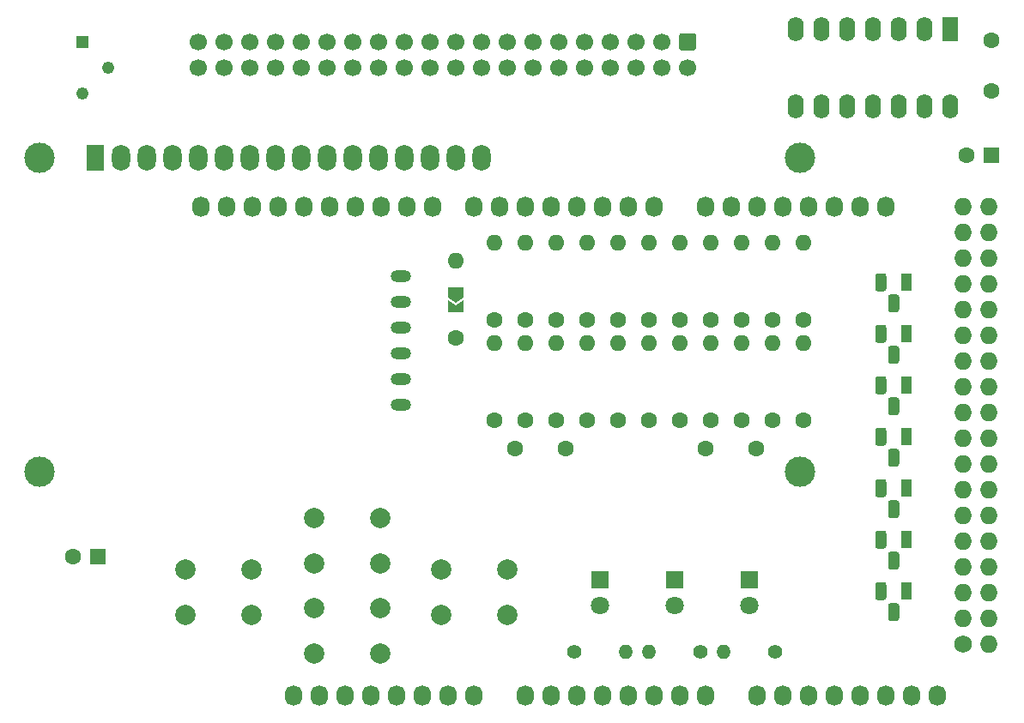
<source format=gbr>
%TF.GenerationSoftware,KiCad,Pcbnew,(5.1.9)-1*%
%TF.CreationDate,2023-08-11T22:56:39-05:00*%
%TF.ProjectId,rx02-emulator-mega-shield,72783032-2d65-46d7-956c-61746f722d6d,Rev 1.1*%
%TF.SameCoordinates,Original*%
%TF.FileFunction,Soldermask,Top*%
%TF.FilePolarity,Negative*%
%FSLAX46Y46*%
G04 Gerber Fmt 4.6, Leading zero omitted, Abs format (unit mm)*
G04 Created by KiCad (PCBNEW (5.1.9)-1) date 2023-08-11 22:56:39*
%MOMM*%
%LPD*%
G01*
G04 APERTURE LIST*
%ADD10O,2.000000X1.200000*%
%ADD11R,1.100000X1.800000*%
%ADD12C,3.000000*%
%ADD13O,1.800000X2.600000*%
%ADD14R,1.800000X2.600000*%
%ADD15O,1.600000X1.600000*%
%ADD16C,1.600000*%
%ADD17C,0.100000*%
%ADD18C,2.000000*%
%ADD19O,1.400000X1.400000*%
%ADD20C,1.400000*%
%ADD21O,1.600000X2.400000*%
%ADD22R,1.600000X2.400000*%
%ADD23R,1.222000X1.222000*%
%ADD24C,1.222000*%
%ADD25C,1.700000*%
%ADD26C,1.800000*%
%ADD27R,1.800000X1.800000*%
%ADD28R,1.600000X1.600000*%
%ADD29C,1.727200*%
%ADD30O,1.727200X1.727200*%
%ADD31O,1.727200X2.032000*%
G04 APERTURE END LIST*
D10*
%TO.C,MOD1*%
X141881200Y-77770800D03*
X141881200Y-80310800D03*
X141881200Y-82850800D03*
X141881200Y-85390800D03*
X141881200Y-87930800D03*
X141881200Y-90470800D03*
%TD*%
D11*
%TO.C,Q7*%
X191770000Y-78340000D03*
G36*
G01*
X189780000Y-77715000D02*
X189780000Y-78965000D01*
G75*
G02*
X189505000Y-79240000I-275000J0D01*
G01*
X188955000Y-79240000D01*
G75*
G02*
X188680000Y-78965000I0J275000D01*
G01*
X188680000Y-77715000D01*
G75*
G02*
X188955000Y-77440000I275000J0D01*
G01*
X189505000Y-77440000D01*
G75*
G02*
X189780000Y-77715000I0J-275000D01*
G01*
G37*
G36*
G01*
X191050000Y-79785000D02*
X191050000Y-81035000D01*
G75*
G02*
X190775000Y-81310000I-275000J0D01*
G01*
X190225000Y-81310000D01*
G75*
G02*
X189950000Y-81035000I0J275000D01*
G01*
X189950000Y-79785000D01*
G75*
G02*
X190225000Y-79510000I275000J0D01*
G01*
X190775000Y-79510000D01*
G75*
G02*
X191050000Y-79785000I0J-275000D01*
G01*
G37*
%TD*%
%TO.C,Q6*%
X191770000Y-83420000D03*
G36*
G01*
X189780000Y-82795000D02*
X189780000Y-84045000D01*
G75*
G02*
X189505000Y-84320000I-275000J0D01*
G01*
X188955000Y-84320000D01*
G75*
G02*
X188680000Y-84045000I0J275000D01*
G01*
X188680000Y-82795000D01*
G75*
G02*
X188955000Y-82520000I275000J0D01*
G01*
X189505000Y-82520000D01*
G75*
G02*
X189780000Y-82795000I0J-275000D01*
G01*
G37*
G36*
G01*
X191050000Y-84865000D02*
X191050000Y-86115000D01*
G75*
G02*
X190775000Y-86390000I-275000J0D01*
G01*
X190225000Y-86390000D01*
G75*
G02*
X189950000Y-86115000I0J275000D01*
G01*
X189950000Y-84865000D01*
G75*
G02*
X190225000Y-84590000I275000J0D01*
G01*
X190775000Y-84590000D01*
G75*
G02*
X191050000Y-84865000I0J-275000D01*
G01*
G37*
%TD*%
%TO.C,Q5*%
X191770000Y-93580000D03*
G36*
G01*
X189780000Y-92955000D02*
X189780000Y-94205000D01*
G75*
G02*
X189505000Y-94480000I-275000J0D01*
G01*
X188955000Y-94480000D01*
G75*
G02*
X188680000Y-94205000I0J275000D01*
G01*
X188680000Y-92955000D01*
G75*
G02*
X188955000Y-92680000I275000J0D01*
G01*
X189505000Y-92680000D01*
G75*
G02*
X189780000Y-92955000I0J-275000D01*
G01*
G37*
G36*
G01*
X191050000Y-95025000D02*
X191050000Y-96275000D01*
G75*
G02*
X190775000Y-96550000I-275000J0D01*
G01*
X190225000Y-96550000D01*
G75*
G02*
X189950000Y-96275000I0J275000D01*
G01*
X189950000Y-95025000D01*
G75*
G02*
X190225000Y-94750000I275000J0D01*
G01*
X190775000Y-94750000D01*
G75*
G02*
X191050000Y-95025000I0J-275000D01*
G01*
G37*
%TD*%
%TO.C,Q4*%
X191770000Y-88500000D03*
G36*
G01*
X189780000Y-87875000D02*
X189780000Y-89125000D01*
G75*
G02*
X189505000Y-89400000I-275000J0D01*
G01*
X188955000Y-89400000D01*
G75*
G02*
X188680000Y-89125000I0J275000D01*
G01*
X188680000Y-87875000D01*
G75*
G02*
X188955000Y-87600000I275000J0D01*
G01*
X189505000Y-87600000D01*
G75*
G02*
X189780000Y-87875000I0J-275000D01*
G01*
G37*
G36*
G01*
X191050000Y-89945000D02*
X191050000Y-91195000D01*
G75*
G02*
X190775000Y-91470000I-275000J0D01*
G01*
X190225000Y-91470000D01*
G75*
G02*
X189950000Y-91195000I0J275000D01*
G01*
X189950000Y-89945000D01*
G75*
G02*
X190225000Y-89670000I275000J0D01*
G01*
X190775000Y-89670000D01*
G75*
G02*
X191050000Y-89945000I0J-275000D01*
G01*
G37*
%TD*%
%TO.C,Q3*%
X191770000Y-98660000D03*
G36*
G01*
X189780000Y-98035000D02*
X189780000Y-99285000D01*
G75*
G02*
X189505000Y-99560000I-275000J0D01*
G01*
X188955000Y-99560000D01*
G75*
G02*
X188680000Y-99285000I0J275000D01*
G01*
X188680000Y-98035000D01*
G75*
G02*
X188955000Y-97760000I275000J0D01*
G01*
X189505000Y-97760000D01*
G75*
G02*
X189780000Y-98035000I0J-275000D01*
G01*
G37*
G36*
G01*
X191050000Y-100105000D02*
X191050000Y-101355000D01*
G75*
G02*
X190775000Y-101630000I-275000J0D01*
G01*
X190225000Y-101630000D01*
G75*
G02*
X189950000Y-101355000I0J275000D01*
G01*
X189950000Y-100105000D01*
G75*
G02*
X190225000Y-99830000I275000J0D01*
G01*
X190775000Y-99830000D01*
G75*
G02*
X191050000Y-100105000I0J-275000D01*
G01*
G37*
%TD*%
%TO.C,Q2*%
X191770000Y-108820000D03*
G36*
G01*
X189780000Y-108195000D02*
X189780000Y-109445000D01*
G75*
G02*
X189505000Y-109720000I-275000J0D01*
G01*
X188955000Y-109720000D01*
G75*
G02*
X188680000Y-109445000I0J275000D01*
G01*
X188680000Y-108195000D01*
G75*
G02*
X188955000Y-107920000I275000J0D01*
G01*
X189505000Y-107920000D01*
G75*
G02*
X189780000Y-108195000I0J-275000D01*
G01*
G37*
G36*
G01*
X191050000Y-110265000D02*
X191050000Y-111515000D01*
G75*
G02*
X190775000Y-111790000I-275000J0D01*
G01*
X190225000Y-111790000D01*
G75*
G02*
X189950000Y-111515000I0J275000D01*
G01*
X189950000Y-110265000D01*
G75*
G02*
X190225000Y-109990000I275000J0D01*
G01*
X190775000Y-109990000D01*
G75*
G02*
X191050000Y-110265000I0J-275000D01*
G01*
G37*
%TD*%
%TO.C,Q1*%
X191770000Y-103740000D03*
G36*
G01*
X189780000Y-103115000D02*
X189780000Y-104365000D01*
G75*
G02*
X189505000Y-104640000I-275000J0D01*
G01*
X188955000Y-104640000D01*
G75*
G02*
X188680000Y-104365000I0J275000D01*
G01*
X188680000Y-103115000D01*
G75*
G02*
X188955000Y-102840000I275000J0D01*
G01*
X189505000Y-102840000D01*
G75*
G02*
X189780000Y-103115000I0J-275000D01*
G01*
G37*
G36*
G01*
X191050000Y-105185000D02*
X191050000Y-106435000D01*
G75*
G02*
X190775000Y-106710000I-275000J0D01*
G01*
X190225000Y-106710000D01*
G75*
G02*
X189950000Y-106435000I0J275000D01*
G01*
X189950000Y-105185000D01*
G75*
G02*
X190225000Y-104910000I275000J0D01*
G01*
X190775000Y-104910000D01*
G75*
G02*
X191050000Y-105185000I0J-275000D01*
G01*
G37*
%TD*%
D12*
%TO.C,DS1*%
X181260000Y-66040000D03*
X181259480Y-97040700D03*
X106260900Y-97040700D03*
X106260900Y-66040000D03*
D13*
X149860000Y-66040000D03*
X147320000Y-66040000D03*
X144780000Y-66040000D03*
X142240000Y-66040000D03*
X139700000Y-66040000D03*
X137160000Y-66040000D03*
X134620000Y-66040000D03*
X132080000Y-66040000D03*
X129540000Y-66040000D03*
X127000000Y-66040000D03*
X124460000Y-66040000D03*
X121920000Y-66040000D03*
X119380000Y-66040000D03*
X116840000Y-66040000D03*
X114300000Y-66040000D03*
D14*
X111760000Y-66040000D03*
%TD*%
D15*
%TO.C,R23*%
X181610000Y-84328000D03*
D16*
X181610000Y-91948000D03*
%TD*%
D15*
%TO.C,R20*%
X178562000Y-84328000D03*
D16*
X178562000Y-91948000D03*
%TD*%
D15*
%TO.C,R18*%
X175514000Y-84328000D03*
D16*
X175514000Y-91948000D03*
%TD*%
D15*
%TO.C,R16*%
X172466000Y-84328000D03*
D16*
X172466000Y-91948000D03*
%TD*%
D15*
%TO.C,R14*%
X169418000Y-84328000D03*
D16*
X169418000Y-91948000D03*
%TD*%
D15*
%TO.C,R12*%
X166370000Y-84328000D03*
D16*
X166370000Y-91948000D03*
%TD*%
D15*
%TO.C,R10*%
X163322000Y-84328000D03*
D16*
X163322000Y-91948000D03*
%TD*%
D15*
%TO.C,R8*%
X160274000Y-84328000D03*
D16*
X160274000Y-91948000D03*
%TD*%
D15*
%TO.C,R6*%
X157226000Y-84328000D03*
D16*
X157226000Y-91948000D03*
%TD*%
D15*
%TO.C,R4*%
X154178000Y-84328000D03*
D16*
X154178000Y-91948000D03*
%TD*%
D15*
%TO.C,R2*%
X151130000Y-84328000D03*
D16*
X151130000Y-91948000D03*
%TD*%
D15*
%TO.C,R22*%
X181610000Y-74422000D03*
D16*
X181610000Y-82042000D03*
%TD*%
D15*
%TO.C,R19*%
X178562000Y-74422000D03*
D16*
X178562000Y-82042000D03*
%TD*%
D15*
%TO.C,R17*%
X175514000Y-74422000D03*
D16*
X175514000Y-82042000D03*
%TD*%
D15*
%TO.C,R15*%
X172466000Y-74422000D03*
D16*
X172466000Y-82042000D03*
%TD*%
D15*
%TO.C,R13*%
X169418000Y-74422000D03*
D16*
X169418000Y-82042000D03*
%TD*%
D15*
%TO.C,R11*%
X166370000Y-74422000D03*
D16*
X166370000Y-82042000D03*
%TD*%
D15*
%TO.C,R9*%
X163322000Y-74422000D03*
D16*
X163322000Y-82042000D03*
%TD*%
D15*
%TO.C,R7*%
X160274000Y-74422000D03*
D16*
X160274000Y-82042000D03*
%TD*%
D15*
%TO.C,R5*%
X157226000Y-74422000D03*
D16*
X157226000Y-82042000D03*
%TD*%
D15*
%TO.C,R3*%
X154178000Y-74422000D03*
D16*
X154178000Y-82042000D03*
%TD*%
D15*
%TO.C,R1*%
X151130000Y-74422000D03*
D16*
X151130000Y-82042000D03*
%TD*%
D15*
%TO.C,R21*%
X147320000Y-76200000D03*
D16*
X147320000Y-83820000D03*
%TD*%
D17*
%TO.C,JP1*%
G36*
X147320000Y-80322000D02*
G01*
X146570000Y-79822000D01*
X146570000Y-78822000D01*
X148070000Y-78822000D01*
X148070000Y-79822000D01*
X147320000Y-80322000D01*
G37*
G36*
X146570000Y-81272000D02*
G01*
X146570000Y-80122000D01*
X147320000Y-80622000D01*
X148070000Y-80122000D01*
X148070000Y-81272000D01*
X146570000Y-81272000D01*
G37*
%TD*%
D18*
%TO.C,SW2*%
X139850000Y-110490000D03*
X139850000Y-114990000D03*
X133350000Y-110490000D03*
X133350000Y-114990000D03*
%TD*%
D19*
%TO.C,R25*%
X166370000Y-114808000D03*
D20*
X171450000Y-114808000D03*
%TD*%
D21*
%TO.C,U1*%
X196088000Y-60960000D03*
X180848000Y-53340000D03*
X193548000Y-60960000D03*
X183388000Y-53340000D03*
X191008000Y-60960000D03*
X185928000Y-53340000D03*
X188468000Y-60960000D03*
X188468000Y-53340000D03*
X185928000Y-60960000D03*
X191008000Y-53340000D03*
X183388000Y-60960000D03*
X193548000Y-53340000D03*
X180848000Y-60960000D03*
D22*
X196088000Y-53340000D03*
%TD*%
D18*
%TO.C,SW4*%
X152400000Y-106680000D03*
X152400000Y-111180000D03*
X145900000Y-106680000D03*
X145900000Y-111180000D03*
%TD*%
%TO.C,SW3*%
X139850000Y-101600000D03*
X139850000Y-106100000D03*
X133350000Y-101600000D03*
X133350000Y-106100000D03*
%TD*%
%TO.C,SW1*%
X127150000Y-106680000D03*
X127150000Y-111180000D03*
X120650000Y-106680000D03*
X120650000Y-111180000D03*
%TD*%
D23*
%TO.C,RV1*%
X110490000Y-54610000D03*
D24*
X113030000Y-57150000D03*
X110490000Y-59690000D03*
%TD*%
D19*
%TO.C,R26*%
X173736000Y-114808000D03*
D20*
X178816000Y-114808000D03*
%TD*%
D19*
%TO.C,R24*%
X164084000Y-114808000D03*
D20*
X159004000Y-114808000D03*
%TD*%
D25*
%TO.C,J1*%
X121920000Y-57150000D03*
X124460000Y-57150000D03*
X127000000Y-57150000D03*
X129540000Y-57150000D03*
X132080000Y-57150000D03*
X134620000Y-57150000D03*
X137160000Y-57150000D03*
X139700000Y-57150000D03*
X142240000Y-57150000D03*
X144780000Y-57150000D03*
X147320000Y-57150000D03*
X149860000Y-57150000D03*
X152400000Y-57150000D03*
X154940000Y-57150000D03*
X157480000Y-57150000D03*
X160020000Y-57150000D03*
X162560000Y-57150000D03*
X165100000Y-57150000D03*
X167640000Y-57150000D03*
X170180000Y-57150000D03*
X121920000Y-54610000D03*
X124460000Y-54610000D03*
X127000000Y-54610000D03*
X129540000Y-54610000D03*
X132080000Y-54610000D03*
X134620000Y-54610000D03*
X137160000Y-54610000D03*
X139700000Y-54610000D03*
X142240000Y-54610000D03*
X144780000Y-54610000D03*
X147320000Y-54610000D03*
X149860000Y-54610000D03*
X152400000Y-54610000D03*
X154940000Y-54610000D03*
X157480000Y-54610000D03*
X160020000Y-54610000D03*
X162560000Y-54610000D03*
X165100000Y-54610000D03*
X167640000Y-54610000D03*
G36*
G01*
X169580000Y-53760000D02*
X170780000Y-53760000D01*
G75*
G02*
X171030000Y-54010000I0J-250000D01*
G01*
X171030000Y-55210000D01*
G75*
G02*
X170780000Y-55460000I-250000J0D01*
G01*
X169580000Y-55460000D01*
G75*
G02*
X169330000Y-55210000I0J250000D01*
G01*
X169330000Y-54010000D01*
G75*
G02*
X169580000Y-53760000I250000J0D01*
G01*
G37*
%TD*%
D26*
%TO.C,D3*%
X176276000Y-110236000D03*
D27*
X176276000Y-107696000D03*
%TD*%
D26*
%TO.C,D2*%
X168910000Y-110236000D03*
D27*
X168910000Y-107696000D03*
%TD*%
D26*
%TO.C,D1*%
X161544000Y-110236000D03*
D27*
X161544000Y-107696000D03*
%TD*%
D16*
%TO.C,C5*%
X158162000Y-94742000D03*
X153162000Y-94742000D03*
%TD*%
%TO.C,C4*%
X200152000Y-54436000D03*
X200152000Y-59436000D03*
%TD*%
%TO.C,C3*%
X171958000Y-94742000D03*
X176958000Y-94742000D03*
%TD*%
%TO.C,C2*%
X197652000Y-65786000D03*
D28*
X200152000Y-65786000D03*
%TD*%
D16*
%TO.C,C1*%
X109514000Y-105410000D03*
D28*
X112014000Y-105410000D03*
%TD*%
D29*
%TO.C,P1*%
X197358000Y-114046000D03*
D30*
X199898000Y-114046000D03*
X197358000Y-111506000D03*
X199898000Y-111506000D03*
X197358000Y-108966000D03*
X199898000Y-108966000D03*
X197358000Y-106426000D03*
X199898000Y-106426000D03*
X197358000Y-103886000D03*
X199898000Y-103886000D03*
X197358000Y-101346000D03*
X199898000Y-101346000D03*
X197358000Y-98806000D03*
X199898000Y-98806000D03*
X197358000Y-96266000D03*
X199898000Y-96266000D03*
X197358000Y-93726000D03*
X199898000Y-93726000D03*
X197358000Y-91186000D03*
X199898000Y-91186000D03*
X197358000Y-88646000D03*
X199898000Y-88646000D03*
X197358000Y-86106000D03*
X199898000Y-86106000D03*
X197358000Y-83566000D03*
X199898000Y-83566000D03*
X197358000Y-81026000D03*
X199898000Y-81026000D03*
X197358000Y-78486000D03*
X199898000Y-78486000D03*
X197358000Y-75946000D03*
X199898000Y-75946000D03*
X197358000Y-73406000D03*
X199898000Y-73406000D03*
X197358000Y-70866000D03*
X199898000Y-70866000D03*
%TD*%
D31*
%TO.C,P2*%
X131318000Y-119126000D03*
X133858000Y-119126000D03*
X136398000Y-119126000D03*
X138938000Y-119126000D03*
X141478000Y-119126000D03*
X144018000Y-119126000D03*
X146558000Y-119126000D03*
X149098000Y-119126000D03*
%TD*%
%TO.C,P3*%
X154178000Y-119126000D03*
X156718000Y-119126000D03*
X159258000Y-119126000D03*
X161798000Y-119126000D03*
X164338000Y-119126000D03*
X166878000Y-119126000D03*
X169418000Y-119126000D03*
X171958000Y-119126000D03*
%TD*%
%TO.C,P4*%
X177038000Y-119126000D03*
X179578000Y-119126000D03*
X182118000Y-119126000D03*
X184658000Y-119126000D03*
X187198000Y-119126000D03*
X189738000Y-119126000D03*
X192278000Y-119126000D03*
X194818000Y-119126000D03*
%TD*%
%TO.C,P5*%
X122174000Y-70866000D03*
X124714000Y-70866000D03*
X127254000Y-70866000D03*
X129794000Y-70866000D03*
X132334000Y-70866000D03*
X134874000Y-70866000D03*
X137414000Y-70866000D03*
X139954000Y-70866000D03*
X142494000Y-70866000D03*
X145034000Y-70866000D03*
%TD*%
%TO.C,P6*%
X149098000Y-70866000D03*
X151638000Y-70866000D03*
X154178000Y-70866000D03*
X156718000Y-70866000D03*
X159258000Y-70866000D03*
X161798000Y-70866000D03*
X164338000Y-70866000D03*
X166878000Y-70866000D03*
%TD*%
%TO.C,P7*%
X171958000Y-70866000D03*
X174498000Y-70866000D03*
X177038000Y-70866000D03*
X179578000Y-70866000D03*
X182118000Y-70866000D03*
X184658000Y-70866000D03*
X187198000Y-70866000D03*
X189738000Y-70866000D03*
%TD*%
M02*

</source>
